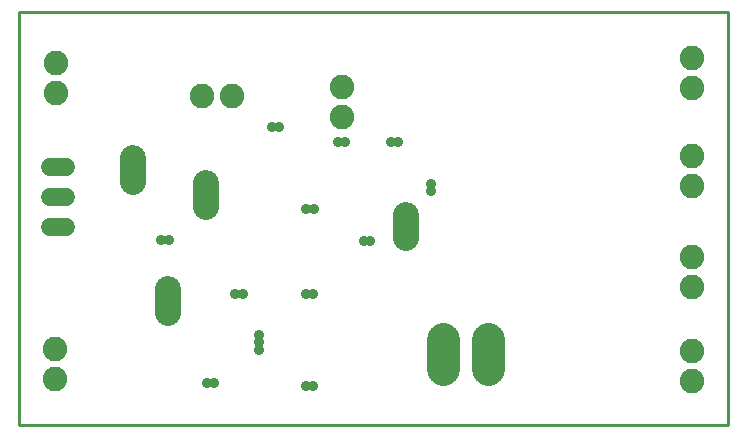
<source format=gbs>
G75*
%MOIN*%
%OFA0B0*%
%FSLAX25Y25*%
%IPPOS*%
%LPD*%
%AMOC8*
5,1,8,0,0,1.08239X$1,22.5*
%
%ADD10C,0.01000*%
%ADD11C,0.06000*%
%ADD12C,0.08200*%
%ADD13C,0.08600*%
%ADD14C,0.10850*%
%ADD15C,0.03581*%
D10*
X0003120Y0003962D02*
X0239341Y0003962D01*
X0239341Y0141757D01*
X0003120Y0141757D01*
X0003120Y0003962D01*
D11*
X0013400Y0069979D02*
X0018600Y0069979D01*
X0018600Y0079979D02*
X0013400Y0079979D01*
X0013400Y0089979D02*
X0018600Y0089979D01*
D12*
X0015327Y0114786D03*
X0015327Y0124786D03*
X0063986Y0113805D03*
X0073986Y0113805D03*
X0110601Y0116718D03*
X0110601Y0106718D03*
X0227291Y0116399D03*
X0227291Y0126399D03*
X0227398Y0093640D03*
X0227398Y0083640D03*
X0227386Y0060137D03*
X0227386Y0050137D03*
X0227401Y0028613D03*
X0227401Y0018613D03*
X0014931Y0019317D03*
X0014931Y0029317D03*
D13*
X0052727Y0041401D02*
X0052727Y0049201D01*
X0065490Y0076798D02*
X0065490Y0084598D01*
X0040916Y0085102D02*
X0040916Y0092902D01*
X0131860Y0074004D02*
X0131860Y0066204D01*
D14*
X0144439Y0032609D02*
X0144439Y0022559D01*
X0159439Y0022559D02*
X0159439Y0032609D01*
D15*
X0120111Y0065426D03*
X0117872Y0065440D03*
X0101214Y0076056D03*
X0098851Y0076056D03*
X0109420Y0098450D03*
X0111782Y0098450D03*
X0127136Y0098450D03*
X0129498Y0098450D03*
X0140190Y0084323D03*
X0140190Y0081961D03*
X0089727Y0103400D03*
X0087365Y0103400D03*
X0053113Y0065605D03*
X0050480Y0065554D03*
X0075168Y0047663D03*
X0077530Y0047663D03*
X0082917Y0033873D03*
X0082917Y0031511D03*
X0082917Y0029149D03*
X0068081Y0018135D03*
X0065719Y0018135D03*
X0098790Y0016954D03*
X0101152Y0016954D03*
X0101152Y0047663D03*
X0098790Y0047663D03*
M02*

</source>
